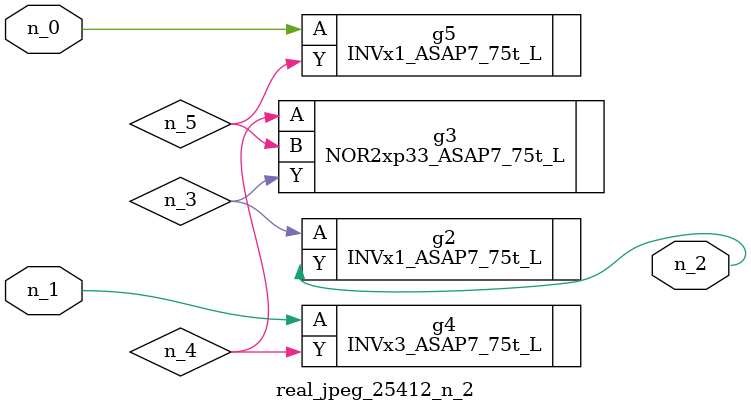
<source format=v>
module real_jpeg_25412_n_2 (n_1, n_0, n_2);

input n_1;
input n_0;

output n_2;

wire n_5;
wire n_4;
wire n_3;

INVx1_ASAP7_75t_L g5 ( 
.A(n_0),
.Y(n_5)
);

INVx3_ASAP7_75t_L g4 ( 
.A(n_1),
.Y(n_4)
);

INVx1_ASAP7_75t_L g2 ( 
.A(n_3),
.Y(n_2)
);

NOR2xp33_ASAP7_75t_L g3 ( 
.A(n_4),
.B(n_5),
.Y(n_3)
);


endmodule
</source>
